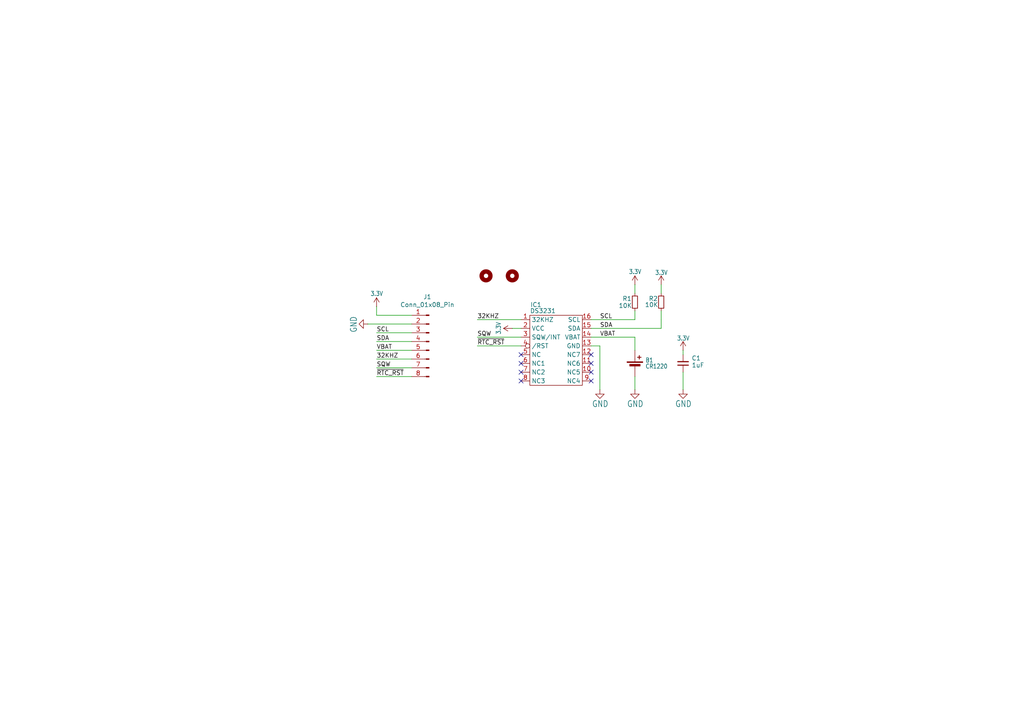
<source format=kicad_sch>
(kicad_sch (version 20231120) (generator "eeschema") (generator_version "8.0")
  (paper "A4")
  (title_block (title "DS3231") (date "2024-03-06"))
  (lib_symbols
    (symbol "Connector:Conn_01x08_Pin" (pin_names (offset 1.016) hide)
      (property "Reference" "J" (at 0 10.16 0))
      (property "Value" "Conn_01x08_Pin" (at 0 -12.7 0))
      (symbol "Conn_01x08_Pin_1_1"
        (polyline (pts (xy 1.27 -10.16) (xy 0.8636 -10.16)) (stroke (width 0.1524)))
        (polyline (pts (xy 1.27 -7.62) (xy 0.8636 -7.62)) (stroke (width 0.1524)))
        (polyline (pts (xy 1.27 -5.08) (xy 0.8636 -5.08)) (stroke (width 0.1524)))
        (polyline (pts (xy 1.27 -2.54) (xy 0.8636 -2.54)) (stroke (width 0.1524)))
        (polyline (pts (xy 1.27 0) (xy 0.8636 0)) (stroke (width 0.1524)))
        (polyline (pts (xy 1.27 2.54) (xy 0.8636 2.54)) (stroke (width 0.1524)))
        (polyline (pts (xy 1.27 5.08) (xy 0.8636 5.08)) (stroke (width 0.1524)))
        (polyline (pts (xy 1.27 7.62) (xy 0.8636 7.62)) (stroke (width 0.1524)))
        (rectangle (start 0.8636 -10.033) (end 0 -10.287) (stroke (width 0.1524)) (fill (type outline)))
        (rectangle (start 0.8636 -7.493) (end 0 -7.747) (stroke (width 0.1524)) (fill (type outline)))
        (rectangle (start 0.8636 -4.953) (end 0 -5.207) (stroke (width 0.1524)) (fill (type outline)))
        (rectangle (start 0.8636 -2.413) (end 0 -2.667) (stroke (width 0.1524)) (fill (type outline)))
        (rectangle (start 0.8636 0.127) (end 0 -0.127) (stroke (width 0.1524)) (fill (type outline)))
        (rectangle (start 0.8636 2.667) (end 0 2.413) (stroke (width 0.1524)) (fill (type outline)))
        (rectangle (start 0.8636 5.207) (end 0 4.953) (stroke (width 0.1524)) (fill (type outline)))
        (rectangle (start 0.8636 7.747) (end 0 7.493) (stroke (width 0.1524)) (fill (type outline)))
        (pin passive line (at 5.08 7.62 180) (length 3.81) (name "Pin_1") (number "1"))
        (pin passive line (at 5.08 5.08 180) (length 3.81) (name "Pin_2") (number "2"))
        (pin passive line (at 5.08 2.54 180) (length 3.81) (name "Pin_3") (number "3"))
        (pin passive line (at 5.08 0 180) (length 3.81) (name "Pin_4") (number "4"))
        (pin passive line (at 5.08 -2.54 180) (length 3.81) (name "Pin_5") (number "5"))
        (pin passive line (at 5.08 -5.08 180) (length 3.81) (name "Pin_6") (number "6"))
        (pin passive line (at 5.08 -7.62 180) (length 3.81) (name "Pin_7") (number "7"))
        (pin passive line (at 5.08 -10.16 180) (length 3.81) (name "Pin_8") (number "8"))
      )
    )
    (symbol "Device:Battery_Cell" (pin_numbers hide) (pin_names (offset 0) hide)
      (property "Reference" "BT" (at 2.54 2.54 0))
      (property "Value" "Battery_Cell" (at 2.54 0 0))
      (symbol "Battery_Cell_0_1"
        (rectangle (start -2.286 1.778) (end 2.286 1.524) (fill (type outline)))
        (rectangle (start -1.524 1.016) (end 1.524 0.508) (fill (type outline)))
        (polyline (pts (xy 0 0.762) (xy 0 0)))
        (polyline (pts (xy 0 1.778) (xy 0 2.54)))
        (polyline (pts (xy 0.762 3.048) (xy 1.778 3.048)) (stroke (width 0.254)))
        (polyline (pts (xy 1.27 3.556) (xy 1.27 2.54)) (stroke (width 0.254)))
      )
      (symbol "Battery_Cell_1_1"
        (pin passive line (at 0 5.08 270) (length 2.54) (name "+") (number "1"))
        (pin passive line (at 0 -2.54 90) (length 2.54) (name "-") (number "2"))
      )
    )
    (symbol "Device:C_Small" (pin_numbers hide) (pin_names (offset 0.254) hide)
      (property "Reference" "C" (at 0.254 1.778 0))
      (property "Value" "C_Small" (at 0.254 -2.032 0))
      (symbol "C_Small_0_1"
        (polyline (pts (xy -1.524 -0.508) (xy 1.524 -0.508)) (stroke (width 0.3302)))
        (polyline (pts (xy -1.524 0.508) (xy 1.524 0.508)) (stroke (width 0.3048)))
      )
      (symbol "C_Small_1_1"
        (pin passive line (at 0 2.54 270) (length 2.032) (name "~") (number "1"))
        (pin passive line (at 0 -2.54 90) (length 2.032) (name "~") (number "2"))
      )
    )
    (symbol "Device:R_Small" (pin_numbers hide) (pin_names (offset 0.254) hide)
      (property "Reference" "R" (at 0.762 0.508 0))
      (property "Value" "R_Small" (at 0.762 -1.016 0))
      (symbol "R_Small_0_1"
        (rectangle (start -0.762 1.778) (end 0.762 -1.778) (stroke (width 0.2032)))
      )
      (symbol "R_Small_1_1"
        (pin passive line (at 0 2.54 270) (length 0.762) (name "~") (number "1"))
        (pin passive line (at 0 -2.54 90) (length 0.762) (name "~") (number "2"))
      )
    )
    (symbol "Mechanical:MountingHole" (pin_names (offset 1.016))
      (property "Reference" "H" (at 0 5.08 0))
      (property "Value" "MountingHole" (at 0 3.175 0))
      (symbol "MountingHole_0_1"
        (circle (center 0 0) (radius 1.27) (stroke (width 1.27)))
      )
    )
    (symbol "external_library:DS3231"
      (property "Reference" "IC" (at 1.016 23.368 0))
      (property "Value" "DS3231" (at 3.556 21.336 0))
      (symbol "DS3231_0_0"
        (pin passive line (at -2.54 19.05 0) (length 2.54) (name "32KHZ") (number "1"))
        (pin passive line (at 17.78 3.81 180) (length 2.54) (name "NC5") (number "10"))
        (pin passive line (at 17.78 6.35 180) (length 2.54) (name "NC6") (number "11"))
        (pin passive line (at 17.78 8.89 180) (length 2.54) (name "NC7") (number "12"))
        (pin passive line (at 17.78 11.43 180) (length 2.54) (name "GND") (number "13"))
        (pin passive line (at 17.78 13.97 180) (length 2.54) (name "VBAT") (number "14"))
        (pin passive line (at 17.78 16.51 180) (length 2.54) (name "SDA") (number "15"))
        (pin passive line (at 17.78 19.05 180) (length 2.54) (name "SCL") (number "16"))
        (pin passive line (at -2.54 16.51 0) (length 2.54) (name "VCC") (number "2"))
        (pin passive line (at -2.54 13.97 0) (length 2.54) (name "SQW/INT") (number "3"))
        (pin passive line (at -2.54 8.89 0) (length 2.54) (name "NC") (number "5"))
        (pin passive line (at -2.54 6.35 0) (length 2.54) (name "NC1") (number "6"))
        (pin passive line (at -2.54 3.81 0) (length 2.54) (name "NC2") (number "7"))
        (pin passive line (at -2.54 1.27 0) (length 2.54) (name "NC3") (number "8"))
        (pin passive line (at 17.78 1.27 180) (length 2.54) (name "NC4") (number "9"))
      )
      (symbol "DS3231_0_1"
        (rectangle (start 0 20.32) (end 15.24 0))
      )
      (symbol "DS3231_1_0"
        (pin passive inverted (at -2.54 11.43 0) (length 2.54) (name "/RST") (number "4"))
      )
    )
    (symbol "power:+3.3V" (power) (pin_numbers hide) (pin_names (offset 0) hide)
      (property "Value" "+3.3V" (at 0 3.556 0))
      (symbol "+3.3V_0_1"
        (polyline (pts (xy -0.762 1.27) (xy 0 2.54)))
        (polyline (pts (xy 0 0) (xy 0 2.54)))
        (polyline (pts (xy 0 2.54) (xy 0.762 1.27)))
      )
      (symbol "+3.3V_1_1"
        (pin power_in line (at 0 0 90) (length 0) (name "~") (number "1"))
      )
    )
    (symbol "power:GND" (power) (pin_numbers hide) (pin_names (offset 0) hide)
      (property "Value" "GND" (at 0 -3.81 0))
      (symbol "GND_0_1"
        (polyline (pts (xy 0 0) (xy 0 -1.27) (xy 1.27 -1.27) (xy 0 -2.54) (xy -1.27 -1.27) (xy 0 -1.27)))
      )
      (symbol "GND_1_1"
        (pin power_in line (at 0 0 270) (length 0) (name "~") (number "1"))
      )
    )
  )
  (no_connect (at 151.13 107.95))
  (no_connect (at 171.45 102.87))
  (no_connect (at 151.13 110.49))
  (no_connect (at 151.13 105.41))
  (no_connect (at 171.45 110.49))
  (no_connect (at 171.45 107.95))
  (no_connect (at 151.13 102.87))
  (no_connect (at 171.45 105.41))
  (wire (pts (xy 138.43 100.33) (xy 151.13 100.33)) (stroke (width 0.1524)))
  (wire (pts (xy 171.45 97.79) (xy 184.15 97.79)) (stroke (width 0.1524)))
  (wire (pts (xy 184.15 97.79) (xy 184.15 101.6)))
  (wire (pts (xy 171.45 100.33) (xy 173.99 100.33)) (stroke (width 0.1524)))
  (wire (pts (xy 171.45 95.25) (xy 191.77 95.25)) (stroke (width 0.1524)))
  (wire (pts (xy 109.22 104.14) (xy 119.38 104.14)) (stroke (width 0.1524)))
  (wire (pts (xy 173.99 100.33) (xy 173.99 113.03)) (stroke (width 0.1524)))
  (wire (pts (xy 119.38 106.68) (xy 109.22 106.68)) (stroke (width 0.1524)))
  (wire (pts (xy 184.15 109.22) (xy 184.15 113.03)))
  (wire (pts (xy 119.38 101.6) (xy 109.22 101.6)) (stroke (width 0.1524)))
  (wire (pts (xy 138.43 92.71) (xy 151.13 92.71)) (stroke (width 0.1524)))
  (wire (pts (xy 191.77 95.25) (xy 191.77 92.71)) (stroke (width 0.1524)))
  (wire (pts (xy 184.15 90.17) (xy 184.15 92.71)))
  (wire (pts (xy 119.38 96.52) (xy 109.22 96.52)) (stroke (width 0.1524)))
  (wire (pts (xy 171.45 92.71) (xy 184.15 92.71)) (stroke (width 0.1524)))
  (wire (pts (xy 148.59 95.25) (xy 151.13 95.25)))
  (wire (pts (xy 198.12 107.95) (xy 198.12 113.03)))
  (wire (pts (xy 138.43 97.79) (xy 151.13 97.79)) (stroke (width 0.1524)))
  (wire (pts (xy 191.77 82.55) (xy 191.77 85.09)))
  (wire (pts (xy 109.22 99.06) (xy 119.38 99.06)) (stroke (width 0.1524)))
  (wire (pts (xy 119.38 109.22) (xy 109.22 109.22)) (stroke (width 0.1524)))
  (wire (pts (xy 106.68 93.98) (xy 119.38 93.98)) (stroke (width 0.1524)))
  (wire (pts (xy 191.77 90.17) (xy 191.77 92.71)))
  (wire (pts (xy 109.22 91.44) (xy 119.38 91.44)) (stroke (width 0.1524)))
  (wire (pts (xy 184.15 82.55) (xy 184.15 85.09)))
  (wire (pts (xy 109.22 88.9) (xy 109.22 91.44)) (stroke (width 0.1524)))
  (wire (pts (xy 198.12 101.6) (xy 198.12 102.87)))
  (label "~{RTC_RST}" (at 109.22 109.22 0) (effects (font (size 1.2446 1.2446))))
  (label "SQW" (at 138.43 97.79 0) (effects (font (size 1.2446 1.2446))))
  (label "SQW" (at 109.22 106.68 0) (effects (font (size 1.2446 1.2446))))
  (label "SDA" (at 109.22 99.06 0) (effects (font (size 1.2446 1.2446))))
  (label "SCL" (at 109.22 96.52 0) (effects (font (size 1.2446 1.2446))))
  (label "VBAT" (at 109.22 101.6 0) (effects (font (size 1.2446 1.2446))))
  (label "VBAT" (at 173.99 97.79 0) (effects (font (size 1.2446 1.2446))))
  (label "32KHZ" (at 109.22 104.14 0) (effects (font (size 1.2446 1.2446))))
  (label "32KHZ" (at 138.43 92.71 0) (effects (font (size 1.2446 1.2446))))
  (label "SDA" (at 173.99 95.25 0) (effects (font (size 1.2446 1.2446))))
  (label "SCL" (at 173.99 92.71 0) (effects (font (size 1.2446 1.2446))))
  (label "~{RTC_RST}" (at 138.43 100.33 0) (effects (font (size 1.2446 1.2446))))
  (symbol (lib_id "power:+3.3V") (at 148.59 95.25 90) (unit 1)
    (property "Reference" "#U$02" (effects (hide yes)))
    (property "Value" "3.3V" (at 145.288 97.028 0) (effects (font (size 1.27 1.0795)) (justify left bottom)))
    (property "Description" "Power symbol creates a global label with name \"+3.3V\"" (effects (hide yes)))
  )
  (symbol (lib_id "Device:Battery_Cell") (at 184.15 106.68 0) (unit 1)
    (property "Reference" "B1" (at 187.198 105.156 0) (effects (font (size 1.27 1.0795)) (justify left bottom)))
    (property "Value" "CR1220" (at 187.198 106.934 0) (effects (font (size 1.27 1.0795)) (justify left bottom)))
    (property "Footprint" "external_footprints:CR1220-SMD" (effects (hide yes)))
    (property "Description" "Single-cell battery" (effects (hide yes)))
  )
  (symbol (lib_id "power:GND") (at 173.99 113.03 0) (mirror y) (unit 1)
    (property "Reference" "#GND02" (effects (hide yes)))
    (property "Value" "GND" (at 176.53 118.11 0) (effects (font (size 1.778 1.5113)) (justify left bottom)))
    (property "Description" "Power symbol creates a global label with name \"GND\" , ground" (effects (hide yes)))
  )
  (symbol (lib_id "Device:R_Small") (at 191.77 87.63 0) (unit 1)
    (property "Reference" "R2" (at 189.484 86.614 0))
    (property "Value" "10K" (at 188.976 88.392 0))
    (property "Footprint" "Resistor_SMD:R_0805_2012Metric" (effects (hide yes)))
    (property "Description" "Resistor, small symbol" (effects (hide yes)))
  )
  (symbol (lib_id "power:GND") (at 106.68 93.98 270) (mirror x) (unit 1)
    (property "Reference" "#GND01" (effects (hide yes)))
    (property "Value" "GND" (at 101.6 96.52 0) (effects (font (size 1.778 1.5113)) (justify left bottom)))
    (property "Description" "Power symbol creates a global label with name \"GND\" , ground" (effects (hide yes)))
  )
  (symbol (lib_id "external_library:DS3231") (at 153.67 111.76 0) (unit 1)
    (property "Reference" "IC1" (at 155.448 88.392 0))
    (property "Value" "DS3231" (at 157.48 90.17 0))
    (property "Footprint" "Package_SO:SOIC-16W_7.5x10.3mm_P1.27mm" (effects (hide yes)))
  )
  (symbol (lib_id "power:+3.3V") (at 109.22 88.9 0) (unit 1)
    (property "Reference" "#U$01" (effects (hide yes)))
    (property "Value" "3.3V" (at 107.442 85.852 0) (effects (font (size 1.27 1.0795)) (justify left bottom)))
    (property "Description" "Power symbol creates a global label with name \"+3.3V\"" (effects (hide yes)))
  )
  (symbol (lib_id "Device:C_Small") (at 198.12 105.41 180) (unit 1)
    (property "Reference" "C1" (at 201.93 103.886 0))
    (property "Value" "1uF" (at 202.438 105.918 0))
    (property "Footprint" "Capacitor_SMD:C_0805_2012Metric" (effects (hide yes)))
    (property "Description" "Unpolarized capacitor, small symbol" (effects (hide yes)))
  )
  (symbol (lib_id "Mechanical:MountingHole") (at 148.59 80.01 0) (unit 1)
    (property "Reference" "U$2" (effects (hide yes)))
    (property "Value" "MOUNTINGHOLE2.5" (effects (hide yes)))
    (property "Footprint" "MountingHole:MountingHole_2.5mm" (effects (hide yes)))
    (property "Description" "Mounting Hole without connection" (effects (hide yes)))
  )
  (symbol (lib_id "power:GND") (at 198.12 113.03 0) (mirror y) (unit 1)
    (property "Reference" "#GND04" (effects (hide yes)))
    (property "Value" "GND" (at 200.66 118.11 0) (effects (font (size 1.778 1.5113)) (justify left bottom)))
    (property "Description" "Power symbol creates a global label with name \"GND\" , ground" (effects (hide yes)))
  )
  (symbol (lib_id "power:+3.3V") (at 184.15 82.55 0) (unit 1)
    (property "Reference" "#U$03" (effects (hide yes)))
    (property "Value" "3.3V" (at 182.372 79.502 0) (effects (font (size 1.27 1.0795)) (justify left bottom)))
    (property "Description" "Power symbol creates a global label with name \"+3.3V\"" (effects (hide yes)))
  )
  (symbol (lib_id "power:GND") (at 184.15 113.03 0) (mirror y) (unit 1)
    (property "Reference" "#GND03" (effects (hide yes)))
    (property "Value" "GND" (at 186.69 118.11 0) (effects (font (size 1.778 1.5113)) (justify left bottom)))
    (property "Description" "Power symbol creates a global label with name \"GND\" , ground" (effects (hide yes)))
  )
  (symbol (lib_id "Mechanical:MountingHole") (at 140.97 80.01 0) (unit 1)
    (property "Reference" "U$1" (effects (hide yes)))
    (property "Value" "MOUNTINGHOLE2.5" (effects (hide yes)))
    (property "Footprint" "MountingHole:MountingHole_2.5mm" (effects (hide yes)))
    (property "Description" "Mounting Hole without connection" (effects (hide yes)))
  )
  (symbol (lib_id "power:+3.3V") (at 198.12 101.6 0) (unit 1)
    (property "Reference" "#U$05" (effects (hide yes)))
    (property "Value" "3.3V" (at 196.342 98.806 0) (effects (font (size 1.27 1.0795)) (justify left bottom)))
    (property "Description" "Power symbol creates a global label with name \"+3.3V\"" (effects (hide yes)))
  )
  (symbol (lib_id "Connector:Conn_01x08_Pin") (at 124.46 99.06 0) (mirror y) (unit 1)
    (property "Reference" "J1" (at 123.952 86.106 0))
    (property "Value" "Conn_01x08_Pin" (at 123.952 88.392 0))
    (property "Footprint" "Connector_PinHeader_2.54mm:PinHeader_1x08_P2.54mm_Vertical" (effects (hide yes)))
    (property "Description" "Generic connector, single row, 01x08, script generated" (effects (hide yes)))
  )
  (symbol (lib_id "Device:R_Small") (at 184.15 87.63 0) (unit 1)
    (property "Reference" "R1" (at 181.864 86.614 0))
    (property "Value" "10K" (at 181.356 88.646 0))
    (property "Footprint" "Resistor_SMD:R_0805_2012Metric" (effects (hide yes)))
    (property "Description" "Resistor, small symbol" (effects (hide yes)))
  )
  (symbol (lib_id "power:+3.3V") (at 191.77 82.55 0) (unit 1)
    (property "Reference" "#U$04" (effects (hide yes)))
    (property "Value" "3.3V" (at 189.992 79.756 0) (effects (font (size 1.27 1.0795)) (justify left bottom)))
    (property "Description" "Power symbol creates a global label with name \"+3.3V\"" (effects (hide yes)))
  )
)
</source>
